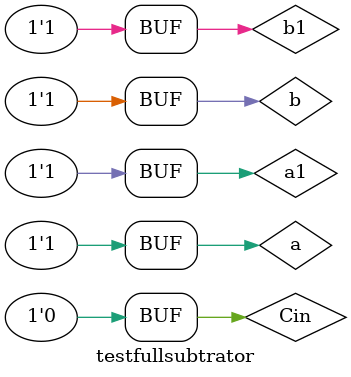
<source format=v>


module halfsubtrator (s, s0, a, b);
output s, s0;
input a, b;

wire s, s0;
reg p,q;

xor XOR1 ( s, a, b );
and AND1 ( s0, ~a, b);

endmodule // halfsubtrator

// ---------------------
// -- fullsubtrator
// ---------------------

module fullsubtrator (s, s0, Cin, a, b);
output s, s0;
input a, b, Cin;

wire s, s0, s1, s2, s3;
reg p,q,r;

halfsubtrator HALFSUBTRATOR1(s2, s3, a, b);
halfsubtrator HALFSUBTRATOR2(s, s1, s2, Cin);
or OR1(s0, s1, s3);


endmodule // fullsubtrator

// ---------------------
// -- fullsubtrator2b
// ---------------------

module fullsubtrator2b (s0, s1, s2, Cin, a, b, a1, b1);
 output s0, s1, s2;
 input  Cin, a, b, a1, b1;

 fullsubtrator FULLASUBTRATOR1(s0, s4, Cin, a, a1);
 fullsubtrator FULLASUBTRATOR2(s1, s2, s4, b, b1);
 
endmodule // fullsubtrator2b

// ---------------------
// -- test fullsubtrator2b
// ---------------------

module testfullsubtrator;
reg Cin, a, b, a1, b1;
wire s0, s1, s2;

// instancia
fullsubtrator2b FULLSUBTRATOR2B1 (s0, s1, s2, Cin, a, b, a1, b1);

// parte principal
initial begin

$display("FULLSUBTRATOR - Daniel Sathler Silva - 405795");
$display("Test FULLSUBTRATOR");
$display("\n(c) a   -  b  = s\n");
$monitor("(%b) %b %b - %b %b = %b %b %b", Cin, a, b, a1, b1, s0, s1, s2);
#1  Cin=0; a=0; b=0; a1=0; b1=0;
#1  Cin=0; a=0; b=0; a1=0; b1=1;
#1  Cin=0; a=0; b=0; a1=1; b1=0;
#1  Cin=0; a=0; b=0; a1=1; b1=1;
#1  Cin=0; a=0; b=1; a1=0; b1=0;
#1  Cin=0; a=0; b=1; a1=0; b1=1;
#1  Cin=0; a=0; b=1; a1=1; b1=0;
#1  Cin=0; a=0; b=1; a1=1; b1=1;
#1  Cin=0; a=1; b=0; a1=0; b1=0;
#1  Cin=0; a=1; b=0; a1=0; b1=1;
#1  Cin=0; a=1; b=0; a1=1; b1=0;
#1  Cin=0; a=1; b=0; a1=1; b1=1;
#1  Cin=0; a=1; b=1; a1=0; b1=0;
#1  Cin=0; a=1; b=1; a1=0; b1=1;
#1  Cin=0; a=1; b=1; a1=1; b1=0;
#1  Cin=0; a=1; b=1; a1=1; b1=1;

  


end
endmodule // testfullsubtrator2b
</source>
